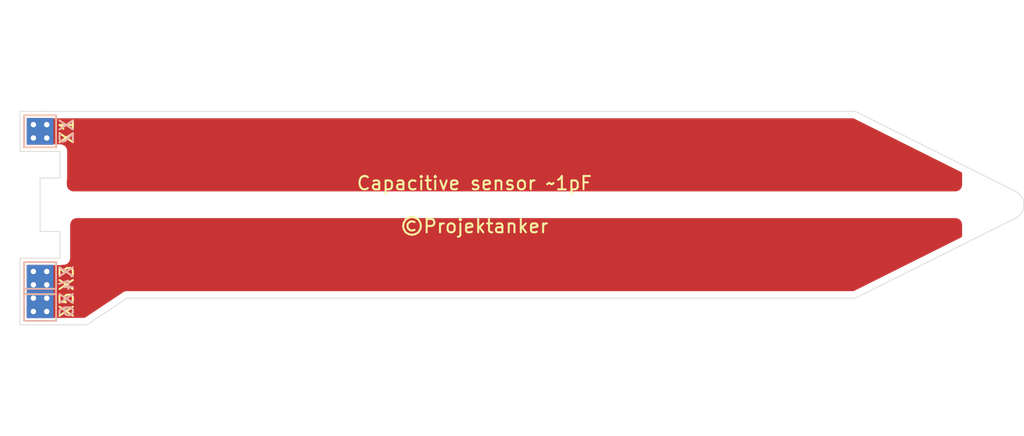
<source format=kicad_pcb>
(kicad_pcb (version 20171130) (host pcbnew "(5.1.5)-3")

  (general
    (thickness 1.6)
    (drawings 21)
    (tracks 12)
    (zones 0)
    (modules 6)
    (nets 3)
  )

  (page A4)
  (layers
    (0 F.Cu signal)
    (31 B.Cu signal)
    (32 B.Adhes user)
    (33 F.Adhes user)
    (34 B.Paste user)
    (35 F.Paste user)
    (36 B.SilkS user)
    (37 F.SilkS user)
    (38 B.Mask user)
    (39 F.Mask user)
    (40 Dwgs.User user)
    (41 Cmts.User user)
    (42 Eco1.User user)
    (43 Eco2.User user)
    (44 Edge.Cuts user)
    (45 Margin user)
    (46 B.CrtYd user)
    (47 F.CrtYd user)
    (48 B.Fab user)
    (49 F.Fab user)
  )

  (setup
    (last_trace_width 0.25)
    (trace_clearance 0.2)
    (zone_clearance 0.5)
    (zone_45_only no)
    (trace_min 0.2)
    (via_size 0.8)
    (via_drill 0.4)
    (via_min_size 0.4)
    (via_min_drill 0.3)
    (uvia_size 0.3)
    (uvia_drill 0.1)
    (uvias_allowed no)
    (uvia_min_size 0.2)
    (uvia_min_drill 0.1)
    (edge_width 0.05)
    (segment_width 0.2)
    (pcb_text_width 0.3)
    (pcb_text_size 1.5 1.5)
    (mod_edge_width 0.12)
    (mod_text_size 1 1)
    (mod_text_width 0.15)
    (pad_size 1.524 1.524)
    (pad_drill 0.762)
    (pad_to_mask_clearance 0.051)
    (solder_mask_min_width 0.25)
    (aux_axis_origin 0 0)
    (grid_origin 100 74)
    (visible_elements 7FFFFFFF)
    (pcbplotparams
      (layerselection 0x010fc_ffffffff)
      (usegerberextensions false)
      (usegerberattributes false)
      (usegerberadvancedattributes false)
      (creategerberjobfile false)
      (excludeedgelayer true)
      (linewidth 0.100000)
      (plotframeref false)
      (viasonmask false)
      (mode 1)
      (useauxorigin false)
      (hpglpennumber 1)
      (hpglpenspeed 20)
      (hpglpendiameter 15.000000)
      (psnegative false)
      (psa4output false)
      (plotreference true)
      (plotvalue true)
      (plotinvisibletext false)
      (padsonsilk false)
      (subtractmaskfromsilk false)
      (outputformat 1)
      (mirror false)
      (drillshape 1)
      (scaleselection 1)
      (outputdirectory ""))
  )

  (net 0 "")
  (net 1 /CAP1)
  (net 2 /CAP2)

  (net_class Default "Dies ist die voreingestellte Netzklasse."
    (clearance 0.2)
    (trace_width 0.25)
    (via_dia 0.8)
    (via_drill 0.4)
    (uvia_dia 0.3)
    (uvia_drill 0.1)
    (add_net /CAP1)
    (add_net /CAP2)
  )

  (module TestPoint:TestPoint_Pad_2.0x2.0mm (layer B.Cu) (tedit 5A0F774F) (tstamp 5E89D85C)
    (at 100 81.5 90)
    (descr "SMD rectangular pad as test Point, square 2.0mm side length")
    (tags "test point SMD pad rectangle square")
    (path /5E89F17D)
    (attr virtual)
    (fp_text reference X6 (at 0 1.998 -90) (layer B.SilkS)
      (effects (font (size 1 1) (thickness 0.15)) (justify mirror))
    )
    (fp_text value TestPoint_Pad_2.0x2.0mm (at 0 -2.05 -90) (layer B.Fab)
      (effects (font (size 1 1) (thickness 0.15)) (justify mirror))
    )
    (fp_line (start 1.5 -1.5) (end -1.5 -1.5) (layer B.CrtYd) (width 0.05))
    (fp_line (start 1.5 -1.5) (end 1.5 1.5) (layer B.CrtYd) (width 0.05))
    (fp_line (start -1.5 1.5) (end -1.5 -1.5) (layer B.CrtYd) (width 0.05))
    (fp_line (start -1.5 1.5) (end 1.5 1.5) (layer B.CrtYd) (width 0.05))
    (fp_line (start -1.2 -1.2) (end -1.2 1.2) (layer B.SilkS) (width 0.12))
    (fp_line (start 1.2 -1.2) (end -1.2 -1.2) (layer B.SilkS) (width 0.12))
    (fp_line (start 1.2 1.2) (end 1.2 -1.2) (layer B.SilkS) (width 0.12))
    (fp_line (start -1.2 1.2) (end 1.2 1.2) (layer B.SilkS) (width 0.12))
    (fp_text user %R (at 0 2 -90) (layer B.Fab)
      (effects (font (size 1 1) (thickness 0.15)) (justify mirror))
    )
    (pad 1 smd rect (at 0 0 90) (size 2 2) (layers B.Cu B.Mask)
      (net 2 /CAP2))
  )

  (module TestPoint:TestPoint_Pad_2.0x2.0mm (layer F.Cu) (tedit 5A0F774F) (tstamp 5E89D84E)
    (at 100 81.5 270)
    (descr "SMD rectangular pad as test Point, square 2.0mm side length")
    (tags "test point SMD pad rectangle square")
    (path /5E8A2C70)
    (attr virtual)
    (fp_text reference X5 (at 0 -1.998 90) (layer F.SilkS)
      (effects (font (size 1 1) (thickness 0.15)))
    )
    (fp_text value TestPoint_Pad_2.0x2.0mm (at 0 2.05 90) (layer F.Fab)
      (effects (font (size 1 1) (thickness 0.15)))
    )
    (fp_line (start 1.5 1.5) (end -1.5 1.5) (layer F.CrtYd) (width 0.05))
    (fp_line (start 1.5 1.5) (end 1.5 -1.5) (layer F.CrtYd) (width 0.05))
    (fp_line (start -1.5 -1.5) (end -1.5 1.5) (layer F.CrtYd) (width 0.05))
    (fp_line (start -1.5 -1.5) (end 1.5 -1.5) (layer F.CrtYd) (width 0.05))
    (fp_line (start -1.2 1.2) (end -1.2 -1.2) (layer F.SilkS) (width 0.12))
    (fp_line (start 1.2 1.2) (end -1.2 1.2) (layer F.SilkS) (width 0.12))
    (fp_line (start 1.2 -1.2) (end 1.2 1.2) (layer F.SilkS) (width 0.12))
    (fp_line (start -1.2 -1.2) (end 1.2 -1.2) (layer F.SilkS) (width 0.12))
    (fp_text user %R (at 0 -2 90) (layer F.Fab)
      (effects (font (size 1 1) (thickness 0.15)))
    )
    (pad 1 smd rect (at 0 0 270) (size 2 2) (layers F.Cu F.Mask)
      (net 2 /CAP2))
  )

  (module TestPoint:TestPoint_Pad_2.0x2.0mm (layer B.Cu) (tedit 5A0F774F) (tstamp 5E834BBA)
    (at 100 79.5 90)
    (descr "SMD rectangular pad as test Point, square 2.0mm side length")
    (tags "test point SMD pad rectangle square")
    (path /5E83880F)
    (attr virtual)
    (fp_text reference X4 (at 0 1.998 -90) (layer B.SilkS)
      (effects (font (size 1 1) (thickness 0.15)) (justify mirror))
    )
    (fp_text value TestPoint_Pad_2.0x2.0mm (at 0 -2.05 -90) (layer B.Fab)
      (effects (font (size 1 1) (thickness 0.15)) (justify mirror))
    )
    (fp_line (start 1.5 -1.5) (end -1.5 -1.5) (layer B.CrtYd) (width 0.05))
    (fp_line (start 1.5 -1.5) (end 1.5 1.5) (layer B.CrtYd) (width 0.05))
    (fp_line (start -1.5 1.5) (end -1.5 -1.5) (layer B.CrtYd) (width 0.05))
    (fp_line (start -1.5 1.5) (end 1.5 1.5) (layer B.CrtYd) (width 0.05))
    (fp_line (start -1.2 -1.2) (end -1.2 1.2) (layer B.SilkS) (width 0.12))
    (fp_line (start 1.2 -1.2) (end -1.2 -1.2) (layer B.SilkS) (width 0.12))
    (fp_line (start 1.2 1.2) (end 1.2 -1.2) (layer B.SilkS) (width 0.12))
    (fp_line (start -1.2 1.2) (end 1.2 1.2) (layer B.SilkS) (width 0.12))
    (fp_text user %R (at 0 2 -90) (layer B.Fab)
      (effects (font (size 1 1) (thickness 0.15)) (justify mirror))
    )
    (pad 1 smd rect (at 0 0 90) (size 2 2) (layers B.Cu B.Mask)
      (net 2 /CAP2))
  )

  (module TestPoint:TestPoint_Pad_2.0x2.0mm (layer F.Cu) (tedit 5A0F774F) (tstamp 5E834BAC)
    (at 100 79.5 270)
    (descr "SMD rectangular pad as test Point, square 2.0mm side length")
    (tags "test point SMD pad rectangle square")
    (path /5E837C99)
    (attr virtual)
    (fp_text reference X3 (at 0 -1.998 270) (layer F.SilkS)
      (effects (font (size 1 1) (thickness 0.15)))
    )
    (fp_text value TestPoint_Pad_2.0x2.0mm (at 0 2.05 270) (layer F.Fab)
      (effects (font (size 1 1) (thickness 0.15)))
    )
    (fp_line (start 1.5 1.5) (end -1.5 1.5) (layer F.CrtYd) (width 0.05))
    (fp_line (start 1.5 1.5) (end 1.5 -1.5) (layer F.CrtYd) (width 0.05))
    (fp_line (start -1.5 -1.5) (end -1.5 1.5) (layer F.CrtYd) (width 0.05))
    (fp_line (start -1.5 -1.5) (end 1.5 -1.5) (layer F.CrtYd) (width 0.05))
    (fp_line (start -1.2 1.2) (end -1.2 -1.2) (layer F.SilkS) (width 0.12))
    (fp_line (start 1.2 1.2) (end -1.2 1.2) (layer F.SilkS) (width 0.12))
    (fp_line (start 1.2 -1.2) (end 1.2 1.2) (layer F.SilkS) (width 0.12))
    (fp_line (start -1.2 -1.2) (end 1.2 -1.2) (layer F.SilkS) (width 0.12))
    (fp_text user %R (at 0 -2 270) (layer F.Fab)
      (effects (font (size 1 1) (thickness 0.15)))
    )
    (pad 1 smd rect (at 0 0 270) (size 2 2) (layers F.Cu F.Mask)
      (net 2 /CAP2))
  )

  (module TestPoint:TestPoint_Pad_2.0x2.0mm (layer B.Cu) (tedit 5A0F774F) (tstamp 5E834B9E)
    (at 100 68.5 90)
    (descr "SMD rectangular pad as test Point, square 2.0mm side length")
    (tags "test point SMD pad rectangle square")
    (path /5E838159)
    (attr virtual)
    (fp_text reference X2 (at 0 1.998 270) (layer B.SilkS)
      (effects (font (size 1 1) (thickness 0.15)) (justify mirror))
    )
    (fp_text value TestPoint_Pad_2.0x2.0mm (at 0 -2.05 270) (layer B.Fab)
      (effects (font (size 1 1) (thickness 0.15)) (justify mirror))
    )
    (fp_line (start 1.5 -1.5) (end -1.5 -1.5) (layer B.CrtYd) (width 0.05))
    (fp_line (start 1.5 -1.5) (end 1.5 1.5) (layer B.CrtYd) (width 0.05))
    (fp_line (start -1.5 1.5) (end -1.5 -1.5) (layer B.CrtYd) (width 0.05))
    (fp_line (start -1.5 1.5) (end 1.5 1.5) (layer B.CrtYd) (width 0.05))
    (fp_line (start -1.2 -1.2) (end -1.2 1.2) (layer B.SilkS) (width 0.12))
    (fp_line (start 1.2 -1.2) (end -1.2 -1.2) (layer B.SilkS) (width 0.12))
    (fp_line (start 1.2 1.2) (end 1.2 -1.2) (layer B.SilkS) (width 0.12))
    (fp_line (start -1.2 1.2) (end 1.2 1.2) (layer B.SilkS) (width 0.12))
    (fp_text user %R (at 0 2 270) (layer B.Fab)
      (effects (font (size 1 1) (thickness 0.15)) (justify mirror))
    )
    (pad 1 smd rect (at 0 0 90) (size 2 2) (layers B.Cu B.Mask)
      (net 1 /CAP1))
  )

  (module TestPoint:TestPoint_Pad_2.0x2.0mm (layer F.Cu) (tedit 5A0F774F) (tstamp 5E834B90)
    (at 100 68.5 270)
    (descr "SMD rectangular pad as test Point, square 2.0mm side length")
    (tags "test point SMD pad rectangle square")
    (path /5E8372DC)
    (attr virtual)
    (fp_text reference X1 (at 0 -1.998 90) (layer F.SilkS)
      (effects (font (size 1 1) (thickness 0.15)))
    )
    (fp_text value TestPoint_Pad_2.0x2.0mm (at 0 2.05 90) (layer F.Fab)
      (effects (font (size 1 1) (thickness 0.15)))
    )
    (fp_line (start 1.5 1.5) (end -1.5 1.5) (layer F.CrtYd) (width 0.05))
    (fp_line (start 1.5 1.5) (end 1.5 -1.5) (layer F.CrtYd) (width 0.05))
    (fp_line (start -1.5 -1.5) (end -1.5 1.5) (layer F.CrtYd) (width 0.05))
    (fp_line (start -1.5 -1.5) (end 1.5 -1.5) (layer F.CrtYd) (width 0.05))
    (fp_line (start -1.2 1.2) (end -1.2 -1.2) (layer F.SilkS) (width 0.12))
    (fp_line (start 1.2 1.2) (end -1.2 1.2) (layer F.SilkS) (width 0.12))
    (fp_line (start 1.2 -1.2) (end 1.2 1.2) (layer F.SilkS) (width 0.12))
    (fp_line (start -1.2 -1.2) (end 1.2 -1.2) (layer F.SilkS) (width 0.12))
    (fp_text user %R (at 0 -2 90) (layer F.Fab)
      (effects (font (size 1 1) (thickness 0.15)))
    )
    (pad 1 smd rect (at 0 0 270) (size 2 2) (layers F.Cu F.Mask)
      (net 1 /CAP1))
  )

  (gr_line (start 103.5 83) (end 106.5 81) (layer Edge.Cuts) (width 0.05) (tstamp 5E8A36A8))
  (gr_line (start 101.5 83) (end 103.5 83) (layer Edge.Cuts) (width 0.05))
  (gr_text "Capacitive sensor ~~1pF\n\n©Projektanker" (at 132.5 74) (layer F.SilkS)
    (effects (font (size 1 1) (thickness 0.15)))
  )
  (gr_line (start 100 72) (end 100 76) (layer Edge.Cuts) (width 0.05) (tstamp 5E8345CB))
  (gr_line (start 101.5 72) (end 100 72) (layer Edge.Cuts) (width 0.05))
  (gr_line (start 101.5 70) (end 101.5 72) (layer Edge.Cuts) (width 0.05))
  (gr_line (start 100 70) (end 101.5 70) (layer Edge.Cuts) (width 0.05))
  (gr_line (start 101.5 76) (end 100 76) (layer Edge.Cuts) (width 0.05))
  (gr_line (start 101.5 78) (end 101.5 76) (layer Edge.Cuts) (width 0.05))
  (gr_line (start 100 78) (end 101.5 78) (layer Edge.Cuts) (width 0.05))
  (gr_line (start 98.5 83) (end 101.5 83) (layer Edge.Cuts) (width 0.05) (tstamp 5E8A2F6E))
  (gr_line (start 98.5 78) (end 98.5 83) (layer Edge.Cuts) (width 0.05) (tstamp 5E834508))
  (gr_line (start 100 78) (end 98.5 78) (layer Edge.Cuts) (width 0.05) (tstamp 5E834507))
  (gr_line (start 98.5 70) (end 100 70) (layer Edge.Cuts) (width 0.05) (tstamp 5E834509))
  (gr_line (start 98.5 67) (end 98.5 70) (layer Edge.Cuts) (width 0.05) (tstamp 5E834508))
  (gr_line (start 100 67) (end 98.5 67) (layer Edge.Cuts) (width 0.05) (tstamp 5E834507))
  (gr_arc (start 172.5 74) (end 172.999999 74.999999) (angle -126.8698976) (layer Edge.Cuts) (width 0.05))
  (gr_line (start 173 75) (end 161 81) (layer Edge.Cuts) (width 0.05))
  (gr_line (start 173 73.000001) (end 161 67) (layer Edge.Cuts) (width 0.05))
  (gr_line (start 161 81) (end 106.5 81) (layer Edge.Cuts) (width 0.05))
  (gr_line (start 100 67) (end 161 67) (layer Edge.Cuts) (width 0.05))

  (via (at 99.5 68) (size 0.8) (drill 0.4) (layers F.Cu B.Cu) (net 1))
  (via (at 100.5 68) (size 0.8) (drill 0.4) (layers F.Cu B.Cu) (net 1))
  (via (at 99.5 69) (size 0.8) (drill 0.4) (layers F.Cu B.Cu) (net 1))
  (via (at 100.5 69) (size 0.8) (drill 0.4) (layers F.Cu B.Cu) (net 1))
  (via (at 100.5 82) (size 0.8) (drill 0.4) (layers F.Cu B.Cu) (net 2) (tstamp 5E89DA15))
  (via (at 99.5 82) (size 0.8) (drill 0.4) (layers F.Cu B.Cu) (net 2) (tstamp 5E89DA15))
  (via (at 100.5 81) (size 0.8) (drill 0.4) (layers F.Cu B.Cu) (net 2) (tstamp 5E89DA15))
  (via (at 99.5 81) (size 0.8) (drill 0.4) (layers F.Cu B.Cu) (net 2) (tstamp 5E89DA15))
  (via (at 99.5 79) (size 0.8) (drill 0.4) (layers F.Cu B.Cu) (net 2))
  (via (at 99.5 80) (size 0.8) (drill 0.4) (layers F.Cu B.Cu) (net 2))
  (via (at 100.5 80) (size 0.8) (drill 0.4) (layers F.Cu B.Cu) (net 2))
  (via (at 100.5 79) (size 0.8) (drill 0.4) (layers F.Cu B.Cu) (net 2))

  (zone (net 1) (net_name /CAP1) (layer F.Cu) (tstamp 0) (hatch edge 0.508)
    (connect_pads yes (clearance 0.5))
    (min_thickness 0.254)
    (fill yes (arc_segments 32) (thermal_gap 0.508) (thermal_bridge_width 0.508) (smoothing fillet) (radius 0.5))
    (polygon
      (pts
        (xy 169 73) (xy 102 73) (xy 102 70) (xy 97 70) (xy 97 65)
        (xy 169 65)
      )
    )
    (filled_polygon
      (pts
        (xy 168.873 71.665459) (xy 168.873 72.491672) (xy 168.859231 72.596257) (xy 168.822077 72.685955) (xy 168.762976 72.762976)
        (xy 168.685955 72.822077) (xy 168.596257 72.859231) (xy 168.491672 72.873) (xy 102.508328 72.873) (xy 102.403743 72.859231)
        (xy 102.314045 72.822077) (xy 102.237024 72.762976) (xy 102.177923 72.685955) (xy 102.140769 72.596257) (xy 102.127 72.491672)
        (xy 102.127 72.179125) (xy 102.142565 72.127814) (xy 102.155154 72) (xy 102.152 71.967978) (xy 102.152 70.032022)
        (xy 102.155154 70) (xy 102.142565 69.872186) (xy 102.105283 69.749283) (xy 102.044741 69.636016) (xy 101.963264 69.536736)
        (xy 101.863984 69.455259) (xy 101.750717 69.394717) (xy 101.627814 69.357435) (xy 101.532022 69.348) (xy 101.5 69.344846)
        (xy 101.467978 69.348) (xy 99.152 69.348) (xy 99.152 67.652) (xy 160.846086 67.652)
      )
    )
  )
  (zone (net 2) (net_name /CAP2) (layer F.Cu) (tstamp 0) (hatch edge 0.508)
    (connect_pads yes (clearance 0.5))
    (min_thickness 0.254)
    (fill yes (arc_segments 32) (thermal_gap 0.508) (thermal_bridge_width 0.508) (smoothing fillet) (radius 0.5))
    (polygon
      (pts
        (xy 169 83) (xy 106.5 83) (xy 97 83) (xy 97 78.5) (xy 102.25 78.5)
        (xy 102.25 75) (xy 169 75)
      )
    )
    (filled_polygon
      (pts
        (xy 168.596257 75.140769) (xy 168.685955 75.177923) (xy 168.762976 75.237024) (xy 168.822077 75.314045) (xy 168.859231 75.403743)
        (xy 168.873 75.508328) (xy 168.873 76.334542) (xy 160.846086 80.348) (xy 106.532358 80.348) (xy 106.500684 80.344847)
        (xy 106.468325 80.348) (xy 106.467978 80.348) (xy 106.436036 80.351146) (xy 106.372858 80.357302) (xy 106.37253 80.357401)
        (xy 106.372186 80.357435) (xy 106.310567 80.376127) (xy 106.249916 80.394456) (xy 106.249616 80.394616) (xy 106.249283 80.394717)
        (xy 106.192501 80.425067) (xy 106.164979 80.439741) (xy 106.164698 80.439928) (xy 106.136016 80.455259) (xy 106.111403 80.475458)
        (xy 103.302591 82.348) (xy 99.152 82.348) (xy 99.152 78.652) (xy 101.467978 78.652) (xy 101.5 78.655154)
        (xy 101.532022 78.652) (xy 101.627814 78.642565) (xy 101.679125 78.627) (xy 101.75 78.627) (xy 101.766577 78.625914)
        (xy 101.895987 78.608877) (xy 101.928011 78.600296) (xy 102.048601 78.550346) (xy 102.077313 78.533768) (xy 102.180866 78.454308)
        (xy 102.204308 78.430866) (xy 102.283768 78.327313) (xy 102.300346 78.298601) (xy 102.350296 78.178011) (xy 102.358877 78.145987)
        (xy 102.375914 78.016577) (xy 102.377 78) (xy 102.377 75.508328) (xy 102.390769 75.403743) (xy 102.427923 75.314045)
        (xy 102.487024 75.237024) (xy 102.564045 75.177923) (xy 102.653743 75.140769) (xy 102.758328 75.127) (xy 168.491672 75.127)
      )
    )
  )
)

</source>
